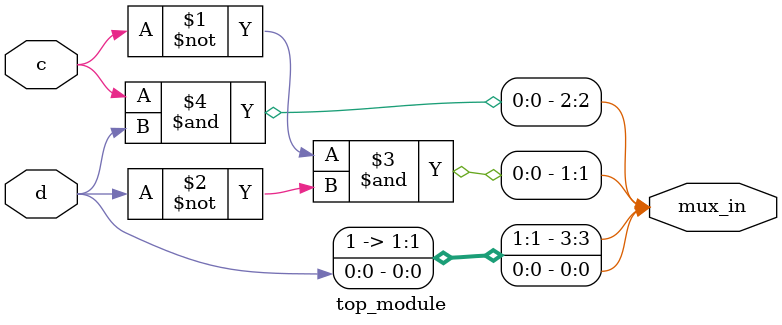
<source format=sv>
module top_module (
    input c,
    input d,
    output [3:0] mux_in
);

    assign mux_in[0] = d;
    assign mux_in[1] = ~c & ~d;
    assign mux_in[2] = c & d;
    assign mux_in[3] = 1'b1;

endmodule

</source>
